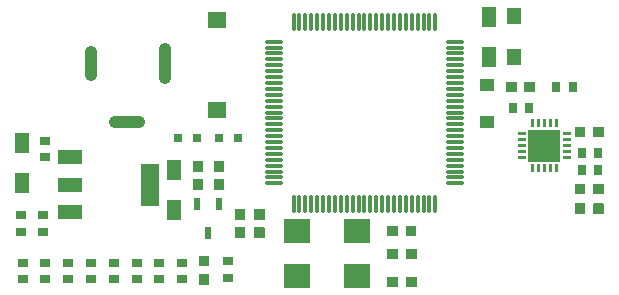
<source format=gtp>
G04*
G04 #@! TF.GenerationSoftware,Altium Limited,Altium Designer,21.0.8 (223)*
G04*
G04 Layer_Color=8421504*
%FSLAX24Y24*%
%MOIN*%
G70*
G04*
G04 #@! TF.SameCoordinates,11726A0C-8756-45C8-9DEF-AB95AD2673E8*
G04*
G04*
G04 #@! TF.FilePolarity,Positive*
G04*
G01*
G75*
%ADD17C,0.0394*%
%ADD18R,0.0315X0.0354*%
%ADD19R,0.0510X0.0692*%
%ADD20R,0.0472X0.0394*%
%ADD21R,0.0472X0.0551*%
%ADD22R,0.0318X0.0340*%
%ADD23O,0.0110X0.0630*%
%ADD24O,0.0630X0.0110*%
%ADD25R,0.1063X0.1063*%
%ADD26R,0.0110X0.0262*%
%ADD27R,0.0262X0.0110*%
%ADD28R,0.0110X0.0262*%
%ADD29R,0.0866X0.0787*%
%ADD30R,0.0354X0.0315*%
%ADD31R,0.0315X0.0315*%
%ADD32R,0.0591X0.0551*%
%ADD33R,0.0236X0.0421*%
%ADD34R,0.0340X0.0318*%
%ADD35R,0.0800X0.0450*%
%ADD36R,0.0600X0.1400*%
G36*
X18144Y7807D02*
Y7493D01*
X18124Y7473D01*
X17809D01*
X17789Y7493D01*
Y7588D01*
X17935D01*
Y7718D01*
X17789D01*
Y7807D01*
X17809Y7827D01*
X18124D01*
X18144Y7807D01*
D02*
G37*
G36*
X17514D02*
Y7718D01*
X17364D01*
Y7588D01*
X17514D01*
Y7493D01*
X17494Y7473D01*
X17183D01*
X17163Y7493D01*
Y7807D01*
X17183Y7827D01*
X17494D01*
X17514Y7807D01*
D02*
G37*
G36*
X18899Y6320D02*
X18789D01*
Y6582D01*
X18899D01*
Y6320D01*
D02*
G37*
G36*
X18702Y6582D02*
Y6320D01*
X18592Y6320D01*
Y6582D01*
X18702Y6582D01*
D02*
G37*
G36*
X18505Y6320D02*
X18395D01*
Y6582D01*
X18505D01*
Y6320D01*
D02*
G37*
G36*
X18308D02*
X18198Y6320D01*
Y6582D01*
X18308Y6582D01*
Y6320D01*
D02*
G37*
G36*
X18111D02*
X18001D01*
Y6582D01*
X18111D01*
Y6320D01*
D02*
G37*
G36*
X19332Y6039D02*
X19070D01*
Y6149D01*
X19332D01*
Y6039D01*
D02*
G37*
G36*
X17830D02*
X17568D01*
Y6149D01*
X17830D01*
Y6039D01*
D02*
G37*
G36*
X20438Y6307D02*
Y5993D01*
X20418Y5973D01*
X20107D01*
X20087Y5993D01*
Y6082D01*
X20237D01*
Y6212D01*
X20087D01*
Y6307D01*
X20107Y6327D01*
X20418Y6327D01*
X20438Y6307D01*
D02*
G37*
G36*
X19792Y6327D02*
X19812Y6307D01*
Y6212D01*
X19666Y6212D01*
Y6082D01*
X19812D01*
X19812Y5993D01*
X19792Y5973D01*
X19477Y5973D01*
X19457Y5993D01*
Y6307D01*
X19477Y6327D01*
X19792Y6327D01*
D02*
G37*
G36*
X19332Y5842D02*
X19070Y5842D01*
Y5952D01*
X19332D01*
Y5842D01*
D02*
G37*
G36*
X17830Y5842D02*
X17568Y5842D01*
Y5952D01*
X17830D01*
Y5842D01*
D02*
G37*
G36*
X19332Y5645D02*
X19070D01*
Y5755D01*
X19332D01*
Y5645D01*
D02*
G37*
G36*
X17830D02*
X17568D01*
Y5755D01*
X17830D01*
Y5645D01*
D02*
G37*
G36*
X19332Y5558D02*
Y5448D01*
X19070D01*
Y5558D01*
X19332Y5558D01*
D02*
G37*
G36*
X17830Y5448D02*
X17568Y5448D01*
Y5558D01*
X17830Y5558D01*
X17830Y5448D01*
D02*
G37*
G36*
X18875Y5275D02*
X18025D01*
Y6125D01*
X18875Y6125D01*
Y5275D01*
D02*
G37*
G36*
X19332Y5251D02*
X19070D01*
Y5361D01*
X19332D01*
Y5251D01*
D02*
G37*
G36*
X17830D02*
X17568D01*
Y5361D01*
X17830D01*
Y5251D01*
D02*
G37*
G36*
X7777Y5174D02*
Y4863D01*
X7757Y4843D01*
X7668D01*
Y4993D01*
X7538D01*
Y4843D01*
X7443D01*
X7423Y4863D01*
X7423Y5174D01*
X7443Y5194D01*
X7757D01*
X7777Y5174D01*
D02*
G37*
G36*
X7077D02*
Y4863D01*
X7057Y4843D01*
X6968D01*
Y4993D01*
X6838D01*
Y4843D01*
X6743D01*
X6723Y4863D01*
X6723Y5174D01*
X6743Y5194D01*
X7057D01*
X7077Y5174D01*
D02*
G37*
G36*
X18702Y4818D02*
X18592D01*
Y5080D01*
X18702D01*
X18702Y4818D01*
D02*
G37*
G36*
X18899D02*
X18789Y4818D01*
X18789Y5080D01*
X18899D01*
Y4818D01*
D02*
G37*
G36*
X18505D02*
X18395Y4818D01*
Y5080D01*
X18505D01*
Y4818D01*
D02*
G37*
G36*
X18308Y4818D02*
X18198Y4818D01*
Y5080D01*
X18308D01*
X18308Y4818D01*
D02*
G37*
G36*
X18111D02*
X18001D01*
Y5080D01*
X18111D01*
Y4818D01*
D02*
G37*
G36*
X7757Y4568D02*
X7777Y4548D01*
X7777Y4233D01*
X7757Y4213D01*
X7443D01*
X7423Y4233D01*
X7423Y4548D01*
X7443Y4568D01*
X7538D01*
X7538Y4422D01*
X7668D01*
Y4568D01*
X7757Y4568D01*
D02*
G37*
G36*
X7057D02*
X7077Y4548D01*
X7077Y4233D01*
X7057Y4213D01*
X6743D01*
X6723Y4233D01*
X6723Y4548D01*
X6743Y4568D01*
X6838D01*
X6838Y4422D01*
X6968D01*
Y4568D01*
X7057Y4568D01*
D02*
G37*
G36*
X20438Y4407D02*
Y4093D01*
X20418Y4073D01*
X20103Y4073D01*
X20083Y4093D01*
Y4188D01*
X20229Y4188D01*
Y4318D01*
X20083D01*
X20083Y4407D01*
X20103Y4427D01*
X20418Y4427D01*
X20438Y4407D01*
D02*
G37*
G36*
X19808D02*
Y4318D01*
X19658D01*
Y4188D01*
X19808D01*
Y4093D01*
X19788Y4073D01*
X19477Y4073D01*
X19457Y4093D01*
Y4407D01*
X19477Y4427D01*
X19788D01*
X19808Y4407D01*
D02*
G37*
G36*
X20438Y3757D02*
Y3443D01*
X20418Y3423D01*
X20103D01*
X20083Y3443D01*
Y3538D01*
X20229D01*
Y3668D01*
X20083D01*
Y3757D01*
X20103Y3777D01*
X20418D01*
X20438Y3757D01*
D02*
G37*
G36*
X19808D02*
Y3668D01*
X19658D01*
Y3538D01*
X19808D01*
Y3443D01*
X19788Y3423D01*
X19477D01*
X19457Y3443D01*
Y3757D01*
X19477Y3777D01*
X19788D01*
X19808Y3757D01*
D02*
G37*
G36*
X9127Y3573D02*
X9127Y3258D01*
X9107Y3238D01*
X9012D01*
X9012Y3384D01*
X8882D01*
Y3238D01*
X8793Y3238D01*
X8773Y3258D01*
X8773Y3573D01*
X8793Y3592D01*
X9107D01*
X9127Y3573D01*
D02*
G37*
G36*
X8477D02*
X8477Y3258D01*
X8457Y3238D01*
X8362D01*
X8362Y3384D01*
X8232D01*
Y3238D01*
X8143Y3238D01*
X8123Y3258D01*
X8123Y3573D01*
X8143Y3592D01*
X8457D01*
X8477Y3573D01*
D02*
G37*
G36*
X9127Y2943D02*
X9127Y2632D01*
X9107Y2612D01*
X8793D01*
X8773Y2632D01*
Y2943D01*
X8793Y2962D01*
X8882D01*
Y2813D01*
X9012D01*
Y2962D01*
X9107D01*
X9127Y2943D01*
D02*
G37*
G36*
X8477D02*
X8477Y2632D01*
X8457Y2612D01*
X8143D01*
X8123Y2632D01*
Y2943D01*
X8143Y2962D01*
X8232D01*
Y2813D01*
X8362D01*
Y2962D01*
X8457D01*
X8477Y2943D01*
D02*
G37*
G36*
X14187Y3007D02*
Y2693D01*
X14167Y2673D01*
X13852Y2673D01*
X13832Y2693D01*
Y2788D01*
X13978Y2788D01*
Y2918D01*
X13832D01*
X13832Y3007D01*
X13852Y3027D01*
X14167Y3027D01*
X14187Y3007D01*
D02*
G37*
G36*
X13557D02*
Y2918D01*
X13407D01*
Y2788D01*
X13557D01*
Y2693D01*
X13537Y2673D01*
X13226Y2673D01*
X13206Y2693D01*
Y3007D01*
X13226Y3027D01*
X13537D01*
X13557Y3007D01*
D02*
G37*
G36*
X14194Y2247D02*
Y1933D01*
X14174Y1913D01*
X13859Y1913D01*
X13839Y1933D01*
Y2028D01*
X13985Y2028D01*
Y2158D01*
X13839D01*
X13839Y2247D01*
X13859Y2267D01*
X14174Y2267D01*
X14194Y2247D01*
D02*
G37*
G36*
X13564D02*
Y2158D01*
X13414D01*
Y2028D01*
X13564D01*
Y1933D01*
X13544Y1913D01*
X13233Y1913D01*
X13213Y1933D01*
Y2247D01*
X13233Y2267D01*
X13544D01*
X13564Y2247D01*
D02*
G37*
G36*
X7275Y2018D02*
X7275Y1703D01*
X7256Y1683D01*
X7160D01*
X7160Y1829D01*
X7030D01*
Y1683D01*
X6941Y1683D01*
X6921Y1703D01*
X6921Y2018D01*
X6941Y2038D01*
X7256D01*
X7275Y2018D01*
D02*
G37*
G36*
X7275Y1388D02*
X7275Y1077D01*
X7256Y1057D01*
X6941D01*
X6921Y1077D01*
Y1388D01*
X6941Y1408D01*
X7030D01*
Y1258D01*
X7160D01*
Y1408D01*
X7256D01*
X7275Y1388D01*
D02*
G37*
G36*
X14194Y1314D02*
Y999D01*
X14174Y979D01*
X13859Y979D01*
X13839Y999D01*
Y1094D01*
X13985Y1094D01*
Y1224D01*
X13839D01*
X13839Y1314D01*
X13859Y1334D01*
X14174Y1334D01*
X14194Y1314D01*
D02*
G37*
G36*
X13564D02*
Y1224D01*
X13414D01*
Y1094D01*
X13564D01*
Y999D01*
X13544Y979D01*
X13233Y979D01*
X13213Y999D01*
Y1314D01*
X13233Y1334D01*
X13544D01*
X13564Y1314D01*
D02*
G37*
D17*
X5791Y7952D02*
Y8936D01*
X4137Y6475D02*
X4925D01*
X3350Y8050D02*
Y8837D01*
D18*
X17399Y6950D02*
D03*
X17950D02*
D03*
X19400Y7650D02*
D03*
X18849D02*
D03*
X19700Y5450D02*
D03*
X20251D02*
D03*
X19700Y4900D02*
D03*
X20251D02*
D03*
D19*
X16600Y9978D02*
D03*
Y8650D02*
D03*
X1050Y5800D02*
D03*
Y4472D02*
D03*
X6100Y4893D02*
D03*
Y3565D02*
D03*
D20*
X16550Y7720D02*
D03*
Y6500D02*
D03*
D21*
X17450Y8650D02*
D03*
Y10016D02*
D03*
D22*
X14000Y2090D02*
D03*
X13407D02*
D03*
Y1156D02*
D03*
X14000D02*
D03*
X13993Y2850D02*
D03*
X13400D02*
D03*
X17357Y7650D02*
D03*
X17950D02*
D03*
X20244Y6150D02*
D03*
X19651D02*
D03*
X20244Y3600D02*
D03*
X19651D02*
D03*
X20244Y4250D02*
D03*
X19651D02*
D03*
D23*
X10090Y3772D02*
D03*
X10287D02*
D03*
X10484D02*
D03*
X10681D02*
D03*
X10877D02*
D03*
X11074D02*
D03*
X11271Y3772D02*
D03*
X11468D02*
D03*
X11665D02*
D03*
X11862D02*
D03*
X12059D02*
D03*
X12255D02*
D03*
X12452D02*
D03*
X12649D02*
D03*
X12846Y3772D02*
D03*
X13043D02*
D03*
X13240D02*
D03*
X13437D02*
D03*
X13633D02*
D03*
X13830Y3772D02*
D03*
X14027D02*
D03*
X14224D02*
D03*
X14421D02*
D03*
X14618D02*
D03*
X14814Y3772D02*
D03*
X14814Y9836D02*
D03*
X14618D02*
D03*
X14421D02*
D03*
X14224D02*
D03*
X14027D02*
D03*
X13830D02*
D03*
X13633D02*
D03*
X13437D02*
D03*
X13240D02*
D03*
X13043D02*
D03*
X12846D02*
D03*
X12649D02*
D03*
X12452D02*
D03*
X12255D02*
D03*
X12059D02*
D03*
X11862D02*
D03*
X11665D02*
D03*
X11468D02*
D03*
X11271D02*
D03*
X11074D02*
D03*
X10877Y9836D02*
D03*
X10681Y9836D02*
D03*
X10484D02*
D03*
X10287D02*
D03*
X10090D02*
D03*
D24*
X15484Y4442D02*
D03*
Y4639D02*
D03*
Y4836D02*
D03*
Y5032D02*
D03*
X15484Y5229D02*
D03*
Y5426D02*
D03*
X15484Y5623D02*
D03*
Y5820D02*
D03*
Y6017D02*
D03*
Y6213D02*
D03*
Y6410D02*
D03*
Y6607D02*
D03*
Y6804D02*
D03*
Y7001D02*
D03*
X15484Y7198D02*
D03*
Y7395D02*
D03*
Y7591D02*
D03*
X15484Y7788D02*
D03*
Y7985D02*
D03*
X15484Y8182D02*
D03*
Y8379D02*
D03*
Y8576D02*
D03*
Y8773D02*
D03*
Y8969D02*
D03*
Y9166D02*
D03*
X9421Y9166D02*
D03*
X9421Y8969D02*
D03*
Y8773D02*
D03*
Y8576D02*
D03*
Y8379D02*
D03*
X9421Y8182D02*
D03*
Y7985D02*
D03*
Y7788D02*
D03*
Y7591D02*
D03*
Y7395D02*
D03*
Y7198D02*
D03*
X9421Y7001D02*
D03*
Y6804D02*
D03*
Y6607D02*
D03*
Y6410D02*
D03*
X9421Y6213D02*
D03*
Y6017D02*
D03*
Y5820D02*
D03*
Y5623D02*
D03*
Y5426D02*
D03*
X9421Y5229D02*
D03*
Y5032D02*
D03*
Y4836D02*
D03*
Y4639D02*
D03*
Y4442D02*
D03*
D25*
X18450Y5700D02*
D03*
D26*
X18056Y6451D02*
D03*
X18253D02*
D03*
X18450D02*
D03*
X18647D02*
D03*
X18844D02*
D03*
D27*
X19201Y6094D02*
D03*
Y5897D02*
D03*
Y5700D02*
D03*
Y5503D02*
D03*
Y5306D02*
D03*
X17699D02*
D03*
Y5503D02*
D03*
Y5700D02*
D03*
Y5897D02*
D03*
Y6094D02*
D03*
D28*
X18844Y4949D02*
D03*
X18647D02*
D03*
X18450D02*
D03*
X18253D02*
D03*
X18056D02*
D03*
D29*
X10200Y2850D02*
D03*
X12200Y1350D02*
D03*
X12200Y2850D02*
D03*
X10200Y1350D02*
D03*
D30*
X1800Y5864D02*
D03*
Y5313D02*
D03*
X1005Y2826D02*
D03*
Y3377D02*
D03*
X1750Y3383D02*
D03*
Y2832D02*
D03*
X2577Y1801D02*
D03*
Y1250D02*
D03*
X4098Y1801D02*
D03*
Y1250D02*
D03*
X3338Y1801D02*
D03*
X3338Y1250D02*
D03*
X1057Y1801D02*
D03*
X1057Y1250D02*
D03*
X1817Y1801D02*
D03*
Y1250D02*
D03*
X4859Y1801D02*
D03*
Y1250D02*
D03*
X5619Y1801D02*
D03*
X5619Y1250D02*
D03*
X7900Y1851D02*
D03*
Y1300D02*
D03*
X6379Y1801D02*
D03*
Y1250D02*
D03*
D31*
X6250Y5950D02*
D03*
X6880Y5953D02*
D03*
X7620Y5954D02*
D03*
X8250Y5957D02*
D03*
D32*
X7550Y6897D02*
D03*
Y9889D02*
D03*
D33*
X7245Y2778D02*
D03*
X6871Y3750D02*
D03*
X7619D02*
D03*
D34*
X6900Y5000D02*
D03*
Y4407D02*
D03*
X8950Y2806D02*
D03*
Y3399D02*
D03*
X8300Y2806D02*
D03*
Y3399D02*
D03*
X7600Y5000D02*
D03*
Y4407D02*
D03*
X7098Y1251D02*
D03*
Y1844D02*
D03*
D35*
X2643Y3494D02*
D03*
Y4400D02*
D03*
Y5306D02*
D03*
D36*
X5300Y4400D02*
D03*
M02*

</source>
